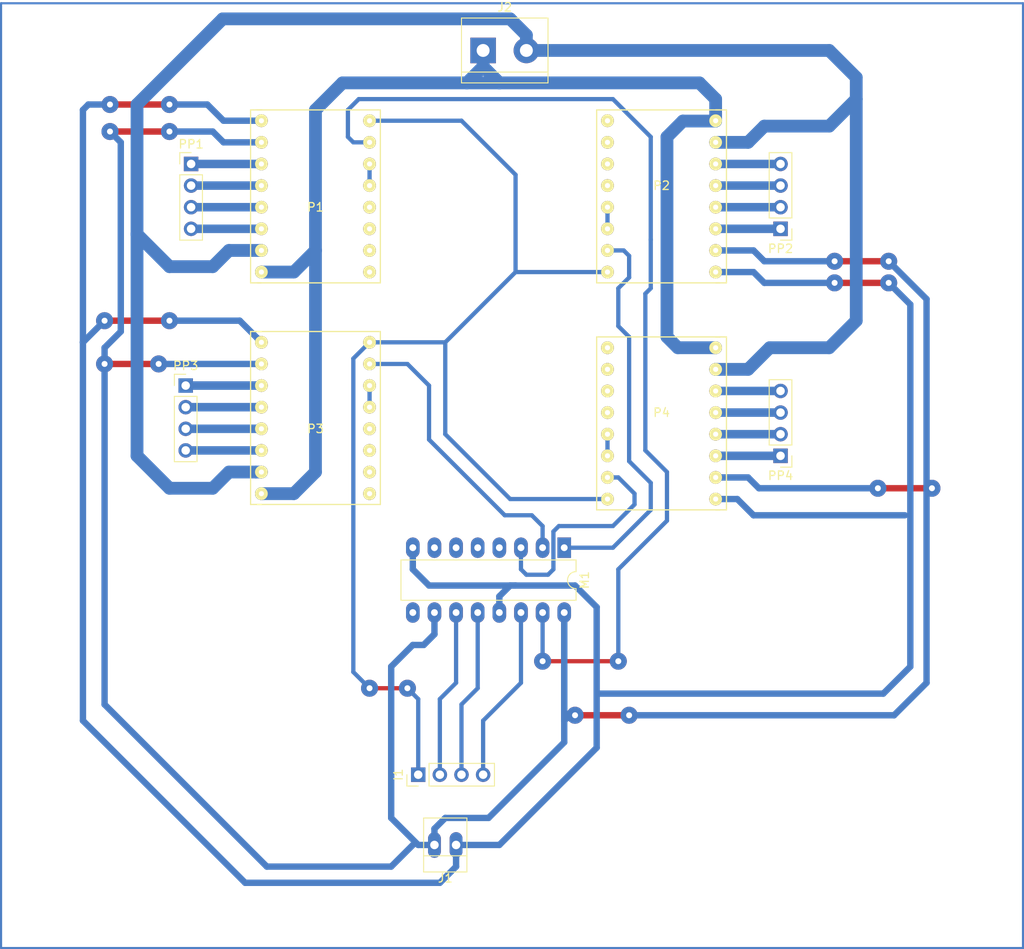
<source format=kicad_pcb>
(kicad_pcb (version 4) (host pcbnew 4.0.6)

  (general
    (links 51)
    (no_connects 2)
    (area 85.079999 36.19 204.730002 148.740002)
    (thickness 1.6)
    (drawings 0)
    (tracks 247)
    (zones 0)
    (modules 12)
    (nets 54)
  )

  (page A4)
  (layers
    (0 F.Cu signal)
    (31 B.Cu signal)
    (32 B.Adhes user)
    (33 F.Adhes user)
    (34 B.Paste user)
    (35 F.Paste user)
    (36 B.SilkS user)
    (37 F.SilkS user)
    (38 B.Mask user)
    (39 F.Mask user)
    (40 Dwgs.User user)
    (41 Cmts.User user)
    (42 Eco1.User user)
    (43 Eco2.User user)
    (44 Edge.Cuts user)
    (45 Margin user)
    (46 B.CrtYd user)
    (47 F.CrtYd user)
    (48 B.Fab user)
    (49 F.Fab user)
  )

  (setup
    (last_trace_width 0.25)
    (trace_clearance 0.2)
    (zone_clearance 0.508)
    (zone_45_only no)
    (trace_min 0.2)
    (segment_width 0.2)
    (edge_width 0.15)
    (via_size 0.6)
    (via_drill 0.4)
    (via_min_size 0.4)
    (via_min_drill 0.3)
    (uvia_size 0.3)
    (uvia_drill 0.1)
    (uvias_allowed no)
    (uvia_min_size 0.2)
    (uvia_min_drill 0.1)
    (pcb_text_width 0.3)
    (pcb_text_size 1.5 1.5)
    (mod_edge_width 0.15)
    (mod_text_size 1 1)
    (mod_text_width 0.15)
    (pad_size 1.524 1.524)
    (pad_drill 0.762)
    (pad_to_mask_clearance 0.2)
    (aux_axis_origin 0 0)
    (visible_elements 7FFFDFFF)
    (pcbplotparams
      (layerselection 0x00030_80000001)
      (usegerberextensions false)
      (excludeedgelayer true)
      (linewidth 0.100000)
      (plotframeref false)
      (viasonmask false)
      (mode 1)
      (useauxorigin false)
      (hpglpennumber 1)
      (hpglpenspeed 20)
      (hpglpendiameter 15)
      (hpglpenoverlay 2)
      (psnegative false)
      (psa4output false)
      (plotreference true)
      (plotvalue true)
      (plotinvisibletext false)
      (padsonsilk false)
      (subtractmaskfromsilk false)
      (outputformat 1)
      (mirror false)
      (drillshape 1)
      (scaleselection 1)
      (outputdirectory ""))
  )

  (net 0 "")
  (net 1 "Net-(I1-Pad2)")
  (net 2 "Net-(I1-Pad3)")
  (net 3 "Net-(I1-Pad4)")
  (net 4 "Net-(M1-Pad1)")
  (net 5 "Net-(M1-Pad9)")
  (net 6 "Net-(M1-Pad2)")
  (net 7 +5V)
  (net 8 "Net-(M1-Pad3)")
  (net 9 "Net-(M1-Pad4)")
  (net 10 "Net-(M1-Pad5)")
  (net 11 GND)
  (net 12 "Net-(M1-Pad6)")
  (net 13 "Net-(M1-Pad7)")
  (net 14 "Net-(M1-Pad15)")
  (net 15 "Net-(P1-Pad1)")
  (net 16 "Net-(P1-Pad2)")
  (net 17 "Net-(P1-Pad3)")
  (net 18 +8V)
  (net 19 GNDD)
  (net 20 "Net-(P1-Pad14)")
  (net 21 "Net-(P1-Pad13)")
  (net 22 "Net-(P1-Pad12)")
  (net 23 "Net-(P1-Pad11)")
  (net 24 "Net-(P2-Pad1)")
  (net 25 "Net-(P2-Pad2)")
  (net 26 "Net-(P2-Pad3)")
  (net 27 "Net-(P2-Pad4)")
  (net 28 "Net-(P2-Pad14)")
  (net 29 "Net-(P2-Pad13)")
  (net 30 "Net-(P2-Pad12)")
  (net 31 "Net-(P2-Pad11)")
  (net 32 dir)
  (net 33 "Net-(P1-Pad4)")
  (net 34 "Net-(P3-Pad11)")
  (net 35 "Net-(P3-Pad12)")
  (net 36 "Net-(P3-Pad13)")
  (net 37 "Net-(P3-Pad14)")
  (net 38 "Net-(P4-Pad11)")
  (net 39 "Net-(P4-Pad12)")
  (net 40 "Net-(P4-Pad13)")
  (net 41 "Net-(P4-Pad14)")
  (net 42 "Net-(P3-Pad1)")
  (net 43 "Net-(P3-Pad2)")
  (net 44 "Net-(P3-Pad3)")
  (net 45 "Net-(P3-Pad4)")
  (net 46 "Net-(P4-Pad1)")
  (net 47 "Net-(P4-Pad2)")
  (net 48 "Net-(P4-Pad3)")
  (net 49 "Net-(P4-Pad4)")
  (net 50 "Net-(P1-Pad5)")
  (net 51 "Net-(P2-Pad5)")
  (net 52 "Net-(P3-Pad5)")
  (net 53 "Net-(P4-Pad5)")

  (net_class Default "Esta es la clase de red por defecto."
    (clearance 0.2)
    (trace_width 0.25)
    (via_dia 0.6)
    (via_drill 0.4)
    (uvia_dia 0.3)
    (uvia_drill 0.1)
  )

  (net_class 5v ""
    (clearance 0.3)
    (trace_width 0.75)
    (via_dia 2)
    (via_drill 0.7)
    (uvia_dia 1)
    (uvia_drill 0.8)
    (add_net +5V)
    (add_net GND)
  )

  (net_class 8v ""
    (clearance 0.5)
    (trace_width 1.5)
    (via_dia 3.5)
    (via_drill 3.25)
    (uvia_dia 3.5)
    (uvia_drill 3)
    (add_net +8V)
    (add_net GNDD)
  )

  (net_class 8v-min ""
    (clearance 0.2)
    (trace_width 1)
    (via_dia 0.8)
    (via_drill 0.6)
    (uvia_dia 1)
    (uvia_drill 0.8)
  )

  (net_class Mot ""
    (clearance 0.5)
    (trace_width 1)
    (via_dia 2)
    (via_drill 0.75)
    (uvia_dia 1)
    (uvia_drill 0.5)
    (add_net "Net-(P1-Pad11)")
    (add_net "Net-(P1-Pad12)")
    (add_net "Net-(P1-Pad13)")
    (add_net "Net-(P1-Pad14)")
    (add_net "Net-(P2-Pad11)")
    (add_net "Net-(P2-Pad12)")
    (add_net "Net-(P2-Pad13)")
    (add_net "Net-(P2-Pad14)")
    (add_net "Net-(P3-Pad11)")
    (add_net "Net-(P3-Pad12)")
    (add_net "Net-(P3-Pad13)")
    (add_net "Net-(P3-Pad14)")
    (add_net "Net-(P4-Pad11)")
    (add_net "Net-(P4-Pad12)")
    (add_net "Net-(P4-Pad13)")
    (add_net "Net-(P4-Pad14)")
  )

  (net_class control ""
    (clearance 0)
    (trace_width 0.5)
    (via_dia 2)
    (via_drill 0.7)
    (uvia_dia 1)
    (uvia_drill 0.8)
    (add_net "Net-(I1-Pad2)")
    (add_net "Net-(I1-Pad3)")
    (add_net "Net-(I1-Pad4)")
    (add_net "Net-(M1-Pad1)")
    (add_net "Net-(M1-Pad15)")
    (add_net "Net-(M1-Pad2)")
    (add_net "Net-(M1-Pad3)")
    (add_net "Net-(M1-Pad4)")
    (add_net "Net-(M1-Pad5)")
    (add_net "Net-(M1-Pad6)")
    (add_net "Net-(M1-Pad7)")
    (add_net "Net-(M1-Pad9)")
    (add_net "Net-(P1-Pad1)")
    (add_net "Net-(P1-Pad2)")
    (add_net "Net-(P1-Pad3)")
    (add_net "Net-(P1-Pad4)")
    (add_net "Net-(P1-Pad5)")
    (add_net "Net-(P2-Pad1)")
    (add_net "Net-(P2-Pad2)")
    (add_net "Net-(P2-Pad3)")
    (add_net "Net-(P2-Pad4)")
    (add_net "Net-(P2-Pad5)")
    (add_net "Net-(P3-Pad1)")
    (add_net "Net-(P3-Pad2)")
    (add_net "Net-(P3-Pad3)")
    (add_net "Net-(P3-Pad4)")
    (add_net "Net-(P3-Pad5)")
    (add_net "Net-(P4-Pad1)")
    (add_net "Net-(P4-Pad2)")
    (add_net "Net-(P4-Pad3)")
    (add_net "Net-(P4-Pad4)")
    (add_net "Net-(P4-Pad5)")
    (add_net dir)
  )

  (module pololu:pololua4988 (layer F.Cu) (tedit 597415BB) (tstamp 59711028)
    (at 128.27 68.58 180)
    (path /596D5110)
    (fp_text reference P1 (at 6.35 7.62 180) (layer F.SilkS)
      (effects (font (size 1 1) (thickness 0.15)))
    )
    (fp_text value pololua4988 (at 6.35 -2.54 180) (layer F.Fab)
      (effects (font (size 1 1) (thickness 0.15)))
    )
    (fp_line (start 12.7 -1.27) (end 13.97 -1.27) (layer F.SilkS) (width 0.15))
    (fp_line (start 13.97 -1.27) (end 13.97 19.05) (layer F.SilkS) (width 0.15))
    (fp_line (start 13.97 19.05) (end 12.7 19.05) (layer F.SilkS) (width 0.15))
    (fp_line (start -1.27 -1.27) (end 13.2 -1.27) (layer F.SilkS) (width 0.15))
    (fp_line (start 13.2 19.05) (end -1.27 19.05) (layer F.SilkS) (width 0.15))
    (fp_line (start -1.27 19.05) (end -1.27 -1.27) (layer F.SilkS) (width 0.15))
    (pad 1 thru_hole circle (at 0 0 180) (size 1.5 1.5) (drill 0.6) (layers *.Cu *.Mask F.SilkS)
      (net 15 "Net-(P1-Pad1)"))
    (pad 2 thru_hole circle (at 0 2.54 180) (size 1.5 1.5) (drill 0.6) (layers *.Cu *.Mask F.SilkS)
      (net 16 "Net-(P1-Pad2)"))
    (pad 3 thru_hole circle (at 0 5.08 180) (size 1.5 1.5) (drill 0.6) (layers *.Cu *.Mask F.SilkS)
      (net 17 "Net-(P1-Pad3)"))
    (pad 4 thru_hole circle (at 0 7.62 180) (size 1.5 1.5) (drill 0.6) (layers *.Cu *.Mask F.SilkS)
      (net 33 "Net-(P1-Pad4)"))
    (pad 5 thru_hole circle (at 0 10.16 180) (size 1.5 1.5) (drill 0.6) (layers *.Cu *.Mask F.SilkS)
      (net 50 "Net-(P1-Pad5)"))
    (pad 6 thru_hole circle (at 0 12.7 180) (size 1.5 1.5) (drill 0.6) (layers *.Cu *.Mask F.SilkS)
      (net 50 "Net-(P1-Pad5)"))
    (pad 7 thru_hole circle (at 0 15.24 180) (size 1.5 1.5) (drill 0.6) (layers *.Cu *.Mask F.SilkS)
      (net 14 "Net-(M1-Pad15)"))
    (pad 8 thru_hole circle (at 0 17.78 180) (size 1.5 1.5) (drill 0.6) (layers *.Cu *.Mask F.SilkS)
      (net 32 dir))
    (pad 16 thru_hole circle (at 12.7 0 180) (size 1.5 1.5) (drill 0.6) (layers *.Cu *.Mask F.SilkS)
      (net 18 +8V))
    (pad 15 thru_hole circle (at 12.7 2.54 180) (size 1.5 1.5) (drill 0.6) (layers *.Cu *.Mask F.SilkS)
      (net 19 GNDD))
    (pad 14 thru_hole circle (at 12.7 5.08 180) (size 1.5 1.5) (drill 0.6) (layers *.Cu *.Mask F.SilkS)
      (net 20 "Net-(P1-Pad14)"))
    (pad 13 thru_hole circle (at 12.7 7.62 180) (size 1.5 1.5) (drill 0.6) (layers *.Cu *.Mask F.SilkS)
      (net 21 "Net-(P1-Pad13)"))
    (pad 12 thru_hole circle (at 12.7 10.16 180) (size 1.5 1.5) (drill 0.6) (layers *.Cu *.Mask F.SilkS)
      (net 22 "Net-(P1-Pad12)"))
    (pad 11 thru_hole circle (at 12.7 12.7 180) (size 1.5 1.5) (drill 0.6) (layers *.Cu *.Mask F.SilkS)
      (net 23 "Net-(P1-Pad11)"))
    (pad 10 thru_hole circle (at 12.7 15.24 180) (size 1.5 1.5) (drill 0.6) (layers *.Cu *.Mask F.SilkS)
      (net 7 +5V))
    (pad 9 thru_hole circle (at 12.7 17.78 180) (size 1.5 1.5) (drill 0.6) (layers *.Cu *.Mask F.SilkS)
      (net 11 GND))
  )

  (module Pin_Headers:Pin_Header_Straight_1x04_Pitch2.54mm (layer F.Cu) (tedit 59650532) (tstamp 59724280)
    (at 176.53 63.5 180)
    (descr "Through hole straight pin header, 1x04, 2.54mm pitch, single row")
    (tags "Through hole pin header THT 1x04 2.54mm single row")
    (path /5972411D)
    (fp_text reference PP2 (at 0 -2.33 180) (layer F.SilkS)
      (effects (font (size 1 1) (thickness 0.15)))
    )
    (fp_text value CONN_MOTOR (at 0 9.95 180) (layer F.Fab)
      (effects (font (size 1 1) (thickness 0.15)))
    )
    (fp_line (start -0.635 -1.27) (end 1.27 -1.27) (layer F.Fab) (width 0.1))
    (fp_line (start 1.27 -1.27) (end 1.27 8.89) (layer F.Fab) (width 0.1))
    (fp_line (start 1.27 8.89) (end -1.27 8.89) (layer F.Fab) (width 0.1))
    (fp_line (start -1.27 8.89) (end -1.27 -0.635) (layer F.Fab) (width 0.1))
    (fp_line (start -1.27 -0.635) (end -0.635 -1.27) (layer F.Fab) (width 0.1))
    (fp_line (start -1.33 8.95) (end 1.33 8.95) (layer F.SilkS) (width 0.12))
    (fp_line (start -1.33 1.27) (end -1.33 8.95) (layer F.SilkS) (width 0.12))
    (fp_line (start 1.33 1.27) (end 1.33 8.95) (layer F.SilkS) (width 0.12))
    (fp_line (start -1.33 1.27) (end 1.33 1.27) (layer F.SilkS) (width 0.12))
    (fp_line (start -1.33 0) (end -1.33 -1.33) (layer F.SilkS) (width 0.12))
    (fp_line (start -1.33 -1.33) (end 0 -1.33) (layer F.SilkS) (width 0.12))
    (fp_line (start -1.8 -1.8) (end -1.8 9.4) (layer F.CrtYd) (width 0.05))
    (fp_line (start -1.8 9.4) (end 1.8 9.4) (layer F.CrtYd) (width 0.05))
    (fp_line (start 1.8 9.4) (end 1.8 -1.8) (layer F.CrtYd) (width 0.05))
    (fp_line (start 1.8 -1.8) (end -1.8 -1.8) (layer F.CrtYd) (width 0.05))
    (fp_text user %R (at 0 3.81 270) (layer F.Fab)
      (effects (font (size 1 1) (thickness 0.15)))
    )
    (pad 1 thru_hole rect (at 0 0 180) (size 1.7 1.7) (drill 1) (layers *.Cu *.Mask)
      (net 31 "Net-(P2-Pad11)"))
    (pad 2 thru_hole oval (at 0 2.54 180) (size 1.7 1.7) (drill 1) (layers *.Cu *.Mask)
      (net 30 "Net-(P2-Pad12)"))
    (pad 3 thru_hole oval (at 0 5.08 180) (size 1.7 1.7) (drill 1) (layers *.Cu *.Mask)
      (net 29 "Net-(P2-Pad13)"))
    (pad 4 thru_hole oval (at 0 7.62 180) (size 1.7 1.7) (drill 1) (layers *.Cu *.Mask)
      (net 28 "Net-(P2-Pad14)"))
    (model ${KISYS3DMOD}/Pin_Headers.3dshapes/Pin_Header_Straight_1x04_Pitch2.54mm.wrl
      (at (xyz 0 0 0))
      (scale (xyz 1 1 1))
      (rotate (xyz 0 0 0))
    )
  )

  (module Connectors:bornier2 (layer F.Cu) (tedit 587FD522) (tstamp 597207DC)
    (at 141.605 42.545)
    (descr "Bornier d'alimentation 2 pins")
    (tags DEV)
    (path /597209E5)
    (fp_text reference J2 (at 2.54 -5.08) (layer F.SilkS)
      (effects (font (size 1 1) (thickness 0.15)))
    )
    (fp_text value CONN_8V (at 2.54 5.08) (layer F.Fab)
      (effects (font (size 1 1) (thickness 0.15)))
    )
    (fp_line (start -2.41 2.55) (end 7.49 2.55) (layer F.Fab) (width 0.1))
    (fp_line (start -2.46 -3.75) (end -2.46 3.75) (layer F.Fab) (width 0.1))
    (fp_line (start -2.46 3.75) (end 7.54 3.75) (layer F.Fab) (width 0.1))
    (fp_line (start 7.54 3.75) (end 7.54 -3.75) (layer F.Fab) (width 0.1))
    (fp_line (start 7.54 -3.75) (end -2.46 -3.75) (layer F.Fab) (width 0.1))
    (fp_line (start 7.62 2.54) (end -2.54 2.54) (layer F.SilkS) (width 0.12))
    (fp_line (start 7.62 3.81) (end 7.62 -3.81) (layer F.SilkS) (width 0.12))
    (fp_line (start 7.62 -3.81) (end -2.54 -3.81) (layer F.SilkS) (width 0.12))
    (fp_line (start -2.54 -3.81) (end -2.54 3.81) (layer F.SilkS) (width 0.12))
    (fp_line (start -2.54 3.81) (end 7.62 3.81) (layer F.SilkS) (width 0.12))
    (fp_line (start -2.71 -4) (end 7.79 -4) (layer F.CrtYd) (width 0.05))
    (fp_line (start -2.71 -4) (end -2.71 4) (layer F.CrtYd) (width 0.05))
    (fp_line (start 7.79 4) (end 7.79 -4) (layer F.CrtYd) (width 0.05))
    (fp_line (start 7.79 4) (end -2.71 4) (layer F.CrtYd) (width 0.05))
    (pad 1 thru_hole rect (at 0 0) (size 3 3) (drill 1.52) (layers *.Cu *.Mask)
      (net 18 +8V))
    (pad 2 thru_hole circle (at 5.08 0) (size 3 3) (drill 1.52) (layers *.Cu *.Mask)
      (net 19 GNDD))
    (model Connectors.3dshapes/bornier2.wrl
      (at (xyz 0 0 0))
      (scale (xyz 1 1 1))
      (rotate (xyz 0 0 0))
    )
  )

  (module Connectors:PINHEAD1-2 (layer F.Cu) (tedit 0) (tstamp 597207C8)
    (at 138.43 135.89 180)
    (path /5972050A)
    (fp_text reference J1 (at 1.27 -3.9 180) (layer F.SilkS)
      (effects (font (size 1 1) (thickness 0.15)))
    )
    (fp_text value CONN_5V (at 1.27 3.81 180) (layer F.Fab)
      (effects (font (size 1 1) (thickness 0.15)))
    )
    (fp_line (start 3.81 -1.27) (end -1.27 -1.27) (layer F.SilkS) (width 0.12))
    (fp_line (start 3.81 3.17) (end -1.27 3.17) (layer F.SilkS) (width 0.12))
    (fp_line (start -1.27 -3.17) (end 3.81 -3.17) (layer F.SilkS) (width 0.12))
    (fp_line (start -1.27 -3.17) (end -1.27 3.17) (layer F.SilkS) (width 0.12))
    (fp_line (start 3.81 -3.17) (end 3.81 3.17) (layer F.SilkS) (width 0.12))
    (fp_line (start -1.52 -3.42) (end 4.06 -3.42) (layer F.CrtYd) (width 0.05))
    (fp_line (start -1.52 -3.42) (end -1.52 3.42) (layer F.CrtYd) (width 0.05))
    (fp_line (start 4.06 3.42) (end 4.06 -3.42) (layer F.CrtYd) (width 0.05))
    (fp_line (start 4.06 3.42) (end -1.52 3.42) (layer F.CrtYd) (width 0.05))
    (pad 1 thru_hole oval (at 0 0 180) (size 1.51 3.01) (drill 1) (layers *.Cu *.Mask)
      (net 11 GND))
    (pad 2 thru_hole oval (at 2.54 0 180) (size 1.51 3.01) (drill 1) (layers *.Cu *.Mask)
      (net 7 +5V))
  )

  (module Pin_Headers:Pin_Header_Straight_1x04_Pitch2.54mm (layer F.Cu) (tedit 59650532) (tstamp 59711030)
    (at 107.315 55.88)
    (descr "Through hole straight pin header, 1x04, 2.54mm pitch, single row")
    (tags "Through hole pin header THT 1x04 2.54mm single row")
    (path /596D5545)
    (fp_text reference PP1 (at 0 -2.33) (layer F.SilkS)
      (effects (font (size 1 1) (thickness 0.15)))
    )
    (fp_text value CONN_MOTOR (at 0 9.95) (layer F.Fab)
      (effects (font (size 1 1) (thickness 0.15)))
    )
    (fp_line (start -0.635 -1.27) (end 1.27 -1.27) (layer F.Fab) (width 0.1))
    (fp_line (start 1.27 -1.27) (end 1.27 8.89) (layer F.Fab) (width 0.1))
    (fp_line (start 1.27 8.89) (end -1.27 8.89) (layer F.Fab) (width 0.1))
    (fp_line (start -1.27 8.89) (end -1.27 -0.635) (layer F.Fab) (width 0.1))
    (fp_line (start -1.27 -0.635) (end -0.635 -1.27) (layer F.Fab) (width 0.1))
    (fp_line (start -1.33 8.95) (end 1.33 8.95) (layer F.SilkS) (width 0.12))
    (fp_line (start -1.33 1.27) (end -1.33 8.95) (layer F.SilkS) (width 0.12))
    (fp_line (start 1.33 1.27) (end 1.33 8.95) (layer F.SilkS) (width 0.12))
    (fp_line (start -1.33 1.27) (end 1.33 1.27) (layer F.SilkS) (width 0.12))
    (fp_line (start -1.33 0) (end -1.33 -1.33) (layer F.SilkS) (width 0.12))
    (fp_line (start -1.33 -1.33) (end 0 -1.33) (layer F.SilkS) (width 0.12))
    (fp_line (start -1.8 -1.8) (end -1.8 9.4) (layer F.CrtYd) (width 0.05))
    (fp_line (start -1.8 9.4) (end 1.8 9.4) (layer F.CrtYd) (width 0.05))
    (fp_line (start 1.8 9.4) (end 1.8 -1.8) (layer F.CrtYd) (width 0.05))
    (fp_line (start 1.8 -1.8) (end -1.8 -1.8) (layer F.CrtYd) (width 0.05))
    (fp_text user %R (at 0 3.81 90) (layer F.Fab)
      (effects (font (size 1 1) (thickness 0.15)))
    )
    (pad 1 thru_hole rect (at 0 0) (size 1.7 1.7) (drill 1) (layers *.Cu *.Mask)
      (net 23 "Net-(P1-Pad11)"))
    (pad 2 thru_hole oval (at 0 2.54) (size 1.7 1.7) (drill 1) (layers *.Cu *.Mask)
      (net 22 "Net-(P1-Pad12)"))
    (pad 3 thru_hole oval (at 0 5.08) (size 1.7 1.7) (drill 1) (layers *.Cu *.Mask)
      (net 21 "Net-(P1-Pad13)"))
    (pad 4 thru_hole oval (at 0 7.62) (size 1.7 1.7) (drill 1) (layers *.Cu *.Mask)
      (net 20 "Net-(P1-Pad14)"))
    (model ${KISYS3DMOD}/Pin_Headers.3dshapes/Pin_Header_Straight_1x04_Pitch2.54mm.wrl
      (at (xyz 0 0 0))
      (scale (xyz 1 1 1))
      (rotate (xyz 0 0 0))
    )
  )

  (module Pin_Headers:Pin_Header_Straight_1x04_Pitch2.54mm (layer F.Cu) (tedit 59650532) (tstamp 59711000)
    (at 133.985 127.635 90)
    (descr "Through hole straight pin header, 1x04, 2.54mm pitch, single row")
    (tags "Through hole pin header THT 1x04 2.54mm single row")
    (path /596D53A9)
    (fp_text reference I1 (at 0 -2.33 90) (layer F.SilkS)
      (effects (font (size 1 1) (thickness 0.15)))
    )
    (fp_text value CONN_ARDUINO (at 0 9.95 90) (layer F.Fab)
      (effects (font (size 1 1) (thickness 0.15)))
    )
    (fp_line (start -0.635 -1.27) (end 1.27 -1.27) (layer F.Fab) (width 0.1))
    (fp_line (start 1.27 -1.27) (end 1.27 8.89) (layer F.Fab) (width 0.1))
    (fp_line (start 1.27 8.89) (end -1.27 8.89) (layer F.Fab) (width 0.1))
    (fp_line (start -1.27 8.89) (end -1.27 -0.635) (layer F.Fab) (width 0.1))
    (fp_line (start -1.27 -0.635) (end -0.635 -1.27) (layer F.Fab) (width 0.1))
    (fp_line (start -1.33 8.95) (end 1.33 8.95) (layer F.SilkS) (width 0.12))
    (fp_line (start -1.33 1.27) (end -1.33 8.95) (layer F.SilkS) (width 0.12))
    (fp_line (start 1.33 1.27) (end 1.33 8.95) (layer F.SilkS) (width 0.12))
    (fp_line (start -1.33 1.27) (end 1.33 1.27) (layer F.SilkS) (width 0.12))
    (fp_line (start -1.33 0) (end -1.33 -1.33) (layer F.SilkS) (width 0.12))
    (fp_line (start -1.33 -1.33) (end 0 -1.33) (layer F.SilkS) (width 0.12))
    (fp_line (start -1.8 -1.8) (end -1.8 9.4) (layer F.CrtYd) (width 0.05))
    (fp_line (start -1.8 9.4) (end 1.8 9.4) (layer F.CrtYd) (width 0.05))
    (fp_line (start 1.8 9.4) (end 1.8 -1.8) (layer F.CrtYd) (width 0.05))
    (fp_line (start 1.8 -1.8) (end -1.8 -1.8) (layer F.CrtYd) (width 0.05))
    (fp_text user %R (at 0 3.81 180) (layer F.Fab)
      (effects (font (size 1 1) (thickness 0.15)))
    )
    (pad 1 thru_hole rect (at 0 0 90) (size 1.7 1.7) (drill 1) (layers *.Cu *.Mask)
      (net 32 dir))
    (pad 2 thru_hole oval (at 0 2.54 90) (size 1.7 1.7) (drill 1) (layers *.Cu *.Mask)
      (net 1 "Net-(I1-Pad2)"))
    (pad 3 thru_hole oval (at 0 5.08 90) (size 1.7 1.7) (drill 1) (layers *.Cu *.Mask)
      (net 2 "Net-(I1-Pad3)"))
    (pad 4 thru_hole oval (at 0 7.62 90) (size 1.7 1.7) (drill 1) (layers *.Cu *.Mask)
      (net 3 "Net-(I1-Pad4)"))
    (model ${KISYS3DMOD}/Pin_Headers.3dshapes/Pin_Header_Straight_1x04_Pitch2.54mm.wrl
      (at (xyz 0 0 0))
      (scale (xyz 1 1 1))
      (rotate (xyz 0 0 0))
    )
  )

  (module Housings_DIP:DIP-16_W7.62mm_LongPads (layer F.Cu) (tedit 58CC8E2D) (tstamp 59711014)
    (at 151.13 100.965 270)
    (descr "16-lead dip package, row spacing 7.62 mm (300 mils), LongPads")
    (tags "DIL DIP PDIP 2.54mm 7.62mm 300mil LongPads")
    (path /596D6045)
    (fp_text reference M1 (at 3.81 -2.39 270) (layer F.SilkS)
      (effects (font (size 1 1) (thickness 0.15)))
    )
    (fp_text value 74HC595 (at 3.81 20.17 270) (layer F.Fab)
      (effects (font (size 1 1) (thickness 0.15)))
    )
    (fp_text user %R (at 3.81 8.89 270) (layer F.Fab)
      (effects (font (size 1 1) (thickness 0.15)))
    )
    (fp_line (start 1.635 -1.27) (end 6.985 -1.27) (layer F.Fab) (width 0.1))
    (fp_line (start 6.985 -1.27) (end 6.985 19.05) (layer F.Fab) (width 0.1))
    (fp_line (start 6.985 19.05) (end 0.635 19.05) (layer F.Fab) (width 0.1))
    (fp_line (start 0.635 19.05) (end 0.635 -0.27) (layer F.Fab) (width 0.1))
    (fp_line (start 0.635 -0.27) (end 1.635 -1.27) (layer F.Fab) (width 0.1))
    (fp_line (start 2.81 -1.39) (end 1.44 -1.39) (layer F.SilkS) (width 0.12))
    (fp_line (start 1.44 -1.39) (end 1.44 19.17) (layer F.SilkS) (width 0.12))
    (fp_line (start 1.44 19.17) (end 6.18 19.17) (layer F.SilkS) (width 0.12))
    (fp_line (start 6.18 19.17) (end 6.18 -1.39) (layer F.SilkS) (width 0.12))
    (fp_line (start 6.18 -1.39) (end 4.81 -1.39) (layer F.SilkS) (width 0.12))
    (fp_line (start -1.5 -1.6) (end -1.5 19.3) (layer F.CrtYd) (width 0.05))
    (fp_line (start -1.5 19.3) (end 9.1 19.3) (layer F.CrtYd) (width 0.05))
    (fp_line (start 9.1 19.3) (end 9.1 -1.6) (layer F.CrtYd) (width 0.05))
    (fp_line (start 9.1 -1.6) (end -1.5 -1.6) (layer F.CrtYd) (width 0.05))
    (fp_arc (start 3.81 -1.39) (end 2.81 -1.39) (angle -180) (layer F.SilkS) (width 0.12))
    (pad 1 thru_hole rect (at 0 0 270) (size 2.4 1.6) (drill 0.8) (layers *.Cu *.Mask)
      (net 4 "Net-(M1-Pad1)"))
    (pad 9 thru_hole oval (at 7.62 17.78 270) (size 2.4 1.6) (drill 0.8) (layers *.Cu *.Mask)
      (net 5 "Net-(M1-Pad9)"))
    (pad 2 thru_hole oval (at 0 2.54 270) (size 2.4 1.6) (drill 0.8) (layers *.Cu *.Mask)
      (net 6 "Net-(M1-Pad2)"))
    (pad 10 thru_hole oval (at 7.62 15.24 270) (size 2.4 1.6) (drill 0.8) (layers *.Cu *.Mask)
      (net 7 +5V))
    (pad 3 thru_hole oval (at 0 5.08 270) (size 2.4 1.6) (drill 0.8) (layers *.Cu *.Mask)
      (net 8 "Net-(M1-Pad3)"))
    (pad 11 thru_hole oval (at 7.62 12.7 270) (size 2.4 1.6) (drill 0.8) (layers *.Cu *.Mask)
      (net 1 "Net-(I1-Pad2)"))
    (pad 4 thru_hole oval (at 0 7.62 270) (size 2.4 1.6) (drill 0.8) (layers *.Cu *.Mask)
      (net 9 "Net-(M1-Pad4)"))
    (pad 12 thru_hole oval (at 7.62 10.16 270) (size 2.4 1.6) (drill 0.8) (layers *.Cu *.Mask)
      (net 2 "Net-(I1-Pad3)"))
    (pad 5 thru_hole oval (at 0 10.16 270) (size 2.4 1.6) (drill 0.8) (layers *.Cu *.Mask)
      (net 10 "Net-(M1-Pad5)"))
    (pad 13 thru_hole oval (at 7.62 7.62 270) (size 2.4 1.6) (drill 0.8) (layers *.Cu *.Mask)
      (net 11 GND))
    (pad 6 thru_hole oval (at 0 12.7 270) (size 2.4 1.6) (drill 0.8) (layers *.Cu *.Mask)
      (net 12 "Net-(M1-Pad6)"))
    (pad 14 thru_hole oval (at 7.62 5.08 270) (size 2.4 1.6) (drill 0.8) (layers *.Cu *.Mask)
      (net 3 "Net-(I1-Pad4)"))
    (pad 7 thru_hole oval (at 0 15.24 270) (size 2.4 1.6) (drill 0.8) (layers *.Cu *.Mask)
      (net 13 "Net-(M1-Pad7)"))
    (pad 15 thru_hole oval (at 7.62 2.54 270) (size 2.4 1.6) (drill 0.8) (layers *.Cu *.Mask)
      (net 14 "Net-(M1-Pad15)"))
    (pad 8 thru_hole oval (at 0 17.78 270) (size 2.4 1.6) (drill 0.8) (layers *.Cu *.Mask)
      (net 11 GND))
    (pad 16 thru_hole oval (at 7.62 0 270) (size 2.4 1.6) (drill 0.8) (layers *.Cu *.Mask)
      (net 7 +5V))
    (model ${KISYS3DMOD}/Housings_DIP.3dshapes/DIP-16_W7.62mm_LongPads.wrl
      (at (xyz 0 0 0))
      (scale (xyz 1 1 1))
      (rotate (xyz 0 0 0))
    )
  )

  (module Pin_Headers:Pin_Header_Straight_1x04_Pitch2.54mm (layer F.Cu) (tedit 59650532) (tstamp 5975FFFE)
    (at 106.68 81.915)
    (descr "Through hole straight pin header, 1x04, 2.54mm pitch, single row")
    (tags "Through hole pin header THT 1x04 2.54mm single row")
    (path /59761993)
    (fp_text reference PP3 (at 0 -2.33) (layer F.SilkS)
      (effects (font (size 1 1) (thickness 0.15)))
    )
    (fp_text value CONN_MOTOR (at 0 9.95) (layer F.Fab)
      (effects (font (size 1 1) (thickness 0.15)))
    )
    (fp_line (start -0.635 -1.27) (end 1.27 -1.27) (layer F.Fab) (width 0.1))
    (fp_line (start 1.27 -1.27) (end 1.27 8.89) (layer F.Fab) (width 0.1))
    (fp_line (start 1.27 8.89) (end -1.27 8.89) (layer F.Fab) (width 0.1))
    (fp_line (start -1.27 8.89) (end -1.27 -0.635) (layer F.Fab) (width 0.1))
    (fp_line (start -1.27 -0.635) (end -0.635 -1.27) (layer F.Fab) (width 0.1))
    (fp_line (start -1.33 8.95) (end 1.33 8.95) (layer F.SilkS) (width 0.12))
    (fp_line (start -1.33 1.27) (end -1.33 8.95) (layer F.SilkS) (width 0.12))
    (fp_line (start 1.33 1.27) (end 1.33 8.95) (layer F.SilkS) (width 0.12))
    (fp_line (start -1.33 1.27) (end 1.33 1.27) (layer F.SilkS) (width 0.12))
    (fp_line (start -1.33 0) (end -1.33 -1.33) (layer F.SilkS) (width 0.12))
    (fp_line (start -1.33 -1.33) (end 0 -1.33) (layer F.SilkS) (width 0.12))
    (fp_line (start -1.8 -1.8) (end -1.8 9.4) (layer F.CrtYd) (width 0.05))
    (fp_line (start -1.8 9.4) (end 1.8 9.4) (layer F.CrtYd) (width 0.05))
    (fp_line (start 1.8 9.4) (end 1.8 -1.8) (layer F.CrtYd) (width 0.05))
    (fp_line (start 1.8 -1.8) (end -1.8 -1.8) (layer F.CrtYd) (width 0.05))
    (fp_text user %R (at 0 3.81 90) (layer F.Fab)
      (effects (font (size 1 1) (thickness 0.15)))
    )
    (pad 1 thru_hole rect (at 0 0) (size 1.7 1.7) (drill 1) (layers *.Cu *.Mask)
      (net 34 "Net-(P3-Pad11)"))
    (pad 2 thru_hole oval (at 0 2.54) (size 1.7 1.7) (drill 1) (layers *.Cu *.Mask)
      (net 35 "Net-(P3-Pad12)"))
    (pad 3 thru_hole oval (at 0 5.08) (size 1.7 1.7) (drill 1) (layers *.Cu *.Mask)
      (net 36 "Net-(P3-Pad13)"))
    (pad 4 thru_hole oval (at 0 7.62) (size 1.7 1.7) (drill 1) (layers *.Cu *.Mask)
      (net 37 "Net-(P3-Pad14)"))
    (model ${KISYS3DMOD}/Pin_Headers.3dshapes/Pin_Header_Straight_1x04_Pitch2.54mm.wrl
      (at (xyz 0 0 0))
      (scale (xyz 1 1 1))
      (rotate (xyz 0 0 0))
    )
  )

  (module Pin_Headers:Pin_Header_Straight_1x04_Pitch2.54mm (layer F.Cu) (tedit 597606A1) (tstamp 59760016)
    (at 176.53 90.17 180)
    (descr "Through hole straight pin header, 1x04, 2.54mm pitch, single row")
    (tags "Through hole pin header THT 1x04 2.54mm single row")
    (path /59762BE6)
    (fp_text reference PP4 (at 0 -2.33 180) (layer F.SilkS)
      (effects (font (size 1 1) (thickness 0.15)))
    )
    (fp_text value CONN_MOTOR (at 0 9.95 180) (layer F.Fab)
      (effects (font (size 1 1) (thickness 0.15)))
    )
    (fp_line (start -0.635 -1.27) (end 1.27 -1.27) (layer F.Fab) (width 0.1))
    (fp_line (start 1.27 -1.27) (end 1.27 8.89) (layer F.Fab) (width 0.1))
    (fp_line (start 1.27 8.89) (end -1.27 8.89) (layer F.Fab) (width 0.1))
    (fp_line (start -1.27 8.89) (end -1.27 -0.635) (layer F.Fab) (width 0.1))
    (fp_line (start -1.27 -0.635) (end -0.635 -1.27) (layer F.Fab) (width 0.1))
    (fp_line (start -1.33 8.95) (end 1.33 8.95) (layer F.SilkS) (width 0.12))
    (fp_line (start -1.33 1.27) (end -1.33 8.95) (layer F.SilkS) (width 0.12))
    (fp_line (start 1.33 1.27) (end 1.33 8.95) (layer F.SilkS) (width 0.12))
    (fp_line (start -1.33 1.27) (end 1.33 1.27) (layer F.SilkS) (width 0.12))
    (fp_line (start -1.33 0) (end -1.33 -1.33) (layer F.SilkS) (width 0.12))
    (fp_line (start -1.33 -1.33) (end 0 -1.33) (layer F.SilkS) (width 0.12))
    (fp_line (start -1.8 -1.8) (end -1.8 9.4) (layer F.CrtYd) (width 0.05))
    (fp_line (start -1.8 9.4) (end 1.8 9.4) (layer F.CrtYd) (width 0.05))
    (fp_line (start 1.8 9.4) (end 1.8 -1.8) (layer F.CrtYd) (width 0.05))
    (fp_line (start 1.8 -1.8) (end -1.8 -1.8) (layer F.CrtYd) (width 0.05))
    (fp_text user %R (at 0 3.81 450) (layer F.Fab)
      (effects (font (size 1 1) (thickness 0.15)))
    )
    (pad 1 thru_hole rect (at 0 0 180) (size 1.7 1.7) (drill 1) (layers *.Cu *.Mask)
      (net 38 "Net-(P4-Pad11)"))
    (pad 2 thru_hole oval (at 0 2.54 180) (size 1.7 1.7) (drill 1) (layers *.Cu *.Mask)
      (net 39 "Net-(P4-Pad12)"))
    (pad 3 thru_hole oval (at 0 5.08 180) (size 1.7 1.7) (drill 1) (layers *.Cu *.Mask)
      (net 40 "Net-(P4-Pad13)"))
    (pad 4 thru_hole oval (at 0 7.62 180) (size 1.7 1.7) (drill 1) (layers *.Cu *.Mask)
      (net 41 "Net-(P4-Pad14)"))
    (model ${KISYS3DMOD}/Pin_Headers.3dshapes/Pin_Header_Straight_1x04_Pitch2.54mm.wrl
      (at (xyz 0 0 0))
      (scale (xyz 1 1 1))
      (rotate (xyz 0 0 0))
    )
  )

  (module pololu:pololua4988 (layer F.Cu) (tedit 597415BB) (tstamp 59760174)
    (at 156.21 77.47)
    (path /59762BE0)
    (fp_text reference P4 (at 6.35 7.62) (layer F.SilkS)
      (effects (font (size 1 1) (thickness 0.15)))
    )
    (fp_text value pololua4988 (at 6.35 -2.54) (layer F.Fab)
      (effects (font (size 1 1) (thickness 0.15)))
    )
    (fp_line (start 12.7 -1.27) (end 13.97 -1.27) (layer F.SilkS) (width 0.15))
    (fp_line (start 13.97 -1.27) (end 13.97 19.05) (layer F.SilkS) (width 0.15))
    (fp_line (start 13.97 19.05) (end 12.7 19.05) (layer F.SilkS) (width 0.15))
    (fp_line (start -1.27 -1.27) (end 13.2 -1.27) (layer F.SilkS) (width 0.15))
    (fp_line (start 13.2 19.05) (end -1.27 19.05) (layer F.SilkS) (width 0.15))
    (fp_line (start -1.27 19.05) (end -1.27 -1.27) (layer F.SilkS) (width 0.15))
    (pad 1 thru_hole circle (at 0 0) (size 1.5 1.5) (drill 0.6) (layers *.Cu *.Mask F.SilkS)
      (net 46 "Net-(P4-Pad1)"))
    (pad 2 thru_hole circle (at 0 2.54) (size 1.5 1.5) (drill 0.6) (layers *.Cu *.Mask F.SilkS)
      (net 47 "Net-(P4-Pad2)"))
    (pad 3 thru_hole circle (at 0 5.08) (size 1.5 1.5) (drill 0.6) (layers *.Cu *.Mask F.SilkS)
      (net 48 "Net-(P4-Pad3)"))
    (pad 4 thru_hole circle (at 0 7.62) (size 1.5 1.5) (drill 0.6) (layers *.Cu *.Mask F.SilkS)
      (net 49 "Net-(P4-Pad4)"))
    (pad 5 thru_hole circle (at 0 10.16) (size 1.5 1.5) (drill 0.6) (layers *.Cu *.Mask F.SilkS)
      (net 53 "Net-(P4-Pad5)"))
    (pad 6 thru_hole circle (at 0 12.7) (size 1.5 1.5) (drill 0.6) (layers *.Cu *.Mask F.SilkS)
      (net 53 "Net-(P4-Pad5)"))
    (pad 7 thru_hole circle (at 0 15.24) (size 1.5 1.5) (drill 0.6) (layers *.Cu *.Mask F.SilkS)
      (net 8 "Net-(M1-Pad3)"))
    (pad 8 thru_hole circle (at 0 17.78) (size 1.5 1.5) (drill 0.6) (layers *.Cu *.Mask F.SilkS)
      (net 32 dir))
    (pad 16 thru_hole circle (at 12.7 0) (size 1.5 1.5) (drill 0.6) (layers *.Cu *.Mask F.SilkS)
      (net 18 +8V))
    (pad 15 thru_hole circle (at 12.7 2.54) (size 1.5 1.5) (drill 0.6) (layers *.Cu *.Mask F.SilkS)
      (net 19 GNDD))
    (pad 14 thru_hole circle (at 12.7 5.08) (size 1.5 1.5) (drill 0.6) (layers *.Cu *.Mask F.SilkS)
      (net 41 "Net-(P4-Pad14)"))
    (pad 13 thru_hole circle (at 12.7 7.62) (size 1.5 1.5) (drill 0.6) (layers *.Cu *.Mask F.SilkS)
      (net 40 "Net-(P4-Pad13)"))
    (pad 12 thru_hole circle (at 12.7 10.16) (size 1.5 1.5) (drill 0.6) (layers *.Cu *.Mask F.SilkS)
      (net 39 "Net-(P4-Pad12)"))
    (pad 11 thru_hole circle (at 12.7 12.7) (size 1.5 1.5) (drill 0.6) (layers *.Cu *.Mask F.SilkS)
      (net 38 "Net-(P4-Pad11)"))
    (pad 10 thru_hole circle (at 12.7 15.24) (size 1.5 1.5) (drill 0.6) (layers *.Cu *.Mask F.SilkS)
      (net 7 +5V))
    (pad 9 thru_hole circle (at 12.7 17.78) (size 1.5 1.5) (drill 0.6) (layers *.Cu *.Mask F.SilkS)
      (net 11 GND))
  )

  (module pololu:pololua4988 (layer F.Cu) (tedit 597415BB) (tstamp 5976015A)
    (at 128.27 94.615 180)
    (path /5976198D)
    (fp_text reference P3 (at 6.35 7.62 180) (layer F.SilkS)
      (effects (font (size 1 1) (thickness 0.15)))
    )
    (fp_text value pololua4988 (at 6.35 -2.54 180) (layer F.Fab)
      (effects (font (size 1 1) (thickness 0.15)))
    )
    (fp_line (start 12.7 -1.27) (end 13.97 -1.27) (layer F.SilkS) (width 0.15))
    (fp_line (start 13.97 -1.27) (end 13.97 19.05) (layer F.SilkS) (width 0.15))
    (fp_line (start 13.97 19.05) (end 12.7 19.05) (layer F.SilkS) (width 0.15))
    (fp_line (start -1.27 -1.27) (end 13.2 -1.27) (layer F.SilkS) (width 0.15))
    (fp_line (start 13.2 19.05) (end -1.27 19.05) (layer F.SilkS) (width 0.15))
    (fp_line (start -1.27 19.05) (end -1.27 -1.27) (layer F.SilkS) (width 0.15))
    (pad 1 thru_hole circle (at 0 0 180) (size 1.5 1.5) (drill 0.6) (layers *.Cu *.Mask F.SilkS)
      (net 42 "Net-(P3-Pad1)"))
    (pad 2 thru_hole circle (at 0 2.54 180) (size 1.5 1.5) (drill 0.6) (layers *.Cu *.Mask F.SilkS)
      (net 43 "Net-(P3-Pad2)"))
    (pad 3 thru_hole circle (at 0 5.08 180) (size 1.5 1.5) (drill 0.6) (layers *.Cu *.Mask F.SilkS)
      (net 44 "Net-(P3-Pad3)"))
    (pad 4 thru_hole circle (at 0 7.62 180) (size 1.5 1.5) (drill 0.6) (layers *.Cu *.Mask F.SilkS)
      (net 45 "Net-(P3-Pad4)"))
    (pad 5 thru_hole circle (at 0 10.16 180) (size 1.5 1.5) (drill 0.6) (layers *.Cu *.Mask F.SilkS)
      (net 52 "Net-(P3-Pad5)"))
    (pad 6 thru_hole circle (at 0 12.7 180) (size 1.5 1.5) (drill 0.6) (layers *.Cu *.Mask F.SilkS)
      (net 52 "Net-(P3-Pad5)"))
    (pad 7 thru_hole circle (at 0 15.24 180) (size 1.5 1.5) (drill 0.6) (layers *.Cu *.Mask F.SilkS)
      (net 6 "Net-(M1-Pad2)"))
    (pad 8 thru_hole circle (at 0 17.78 180) (size 1.5 1.5) (drill 0.6) (layers *.Cu *.Mask F.SilkS)
      (net 32 dir))
    (pad 16 thru_hole circle (at 12.7 0 180) (size 1.5 1.5) (drill 0.6) (layers *.Cu *.Mask F.SilkS)
      (net 18 +8V))
    (pad 15 thru_hole circle (at 12.7 2.54 180) (size 1.5 1.5) (drill 0.6) (layers *.Cu *.Mask F.SilkS)
      (net 19 GNDD))
    (pad 14 thru_hole circle (at 12.7 5.08 180) (size 1.5 1.5) (drill 0.6) (layers *.Cu *.Mask F.SilkS)
      (net 37 "Net-(P3-Pad14)"))
    (pad 13 thru_hole circle (at 12.7 7.62 180) (size 1.5 1.5) (drill 0.6) (layers *.Cu *.Mask F.SilkS)
      (net 36 "Net-(P3-Pad13)"))
    (pad 12 thru_hole circle (at 12.7 10.16 180) (size 1.5 1.5) (drill 0.6) (layers *.Cu *.Mask F.SilkS)
      (net 35 "Net-(P3-Pad12)"))
    (pad 11 thru_hole circle (at 12.7 12.7 180) (size 1.5 1.5) (drill 0.6) (layers *.Cu *.Mask F.SilkS)
      (net 34 "Net-(P3-Pad11)"))
    (pad 10 thru_hole circle (at 12.7 15.24 180) (size 1.5 1.5) (drill 0.6) (layers *.Cu *.Mask F.SilkS)
      (net 7 +5V))
    (pad 9 thru_hole circle (at 12.7 17.78 180) (size 1.5 1.5) (drill 0.6) (layers *.Cu *.Mask F.SilkS)
      (net 11 GND))
  )

  (module pololu:pololua4988 (layer F.Cu) (tedit 597415BB) (tstamp 59724268)
    (at 156.21 50.8)
    (path /59724117)
    (fp_text reference P2 (at 6.35 7.62) (layer F.SilkS)
      (effects (font (size 1 1) (thickness 0.15)))
    )
    (fp_text value pololua4988 (at 6.35 -2.54) (layer F.Fab)
      (effects (font (size 1 1) (thickness 0.15)))
    )
    (fp_line (start 12.7 -1.27) (end 13.97 -1.27) (layer F.SilkS) (width 0.15))
    (fp_line (start 13.97 -1.27) (end 13.97 19.05) (layer F.SilkS) (width 0.15))
    (fp_line (start 13.97 19.05) (end 12.7 19.05) (layer F.SilkS) (width 0.15))
    (fp_line (start -1.27 -1.27) (end 13.2 -1.27) (layer F.SilkS) (width 0.15))
    (fp_line (start 13.2 19.05) (end -1.27 19.05) (layer F.SilkS) (width 0.15))
    (fp_line (start -1.27 19.05) (end -1.27 -1.27) (layer F.SilkS) (width 0.15))
    (pad 1 thru_hole circle (at 0 0) (size 1.5 1.5) (drill 0.6) (layers *.Cu *.Mask F.SilkS)
      (net 24 "Net-(P2-Pad1)"))
    (pad 2 thru_hole circle (at 0 2.54) (size 1.5 1.5) (drill 0.6) (layers *.Cu *.Mask F.SilkS)
      (net 25 "Net-(P2-Pad2)"))
    (pad 3 thru_hole circle (at 0 5.08) (size 1.5 1.5) (drill 0.6) (layers *.Cu *.Mask F.SilkS)
      (net 26 "Net-(P2-Pad3)"))
    (pad 4 thru_hole circle (at 0 7.62) (size 1.5 1.5) (drill 0.6) (layers *.Cu *.Mask F.SilkS)
      (net 27 "Net-(P2-Pad4)"))
    (pad 5 thru_hole circle (at 0 10.16) (size 1.5 1.5) (drill 0.6) (layers *.Cu *.Mask F.SilkS)
      (net 51 "Net-(P2-Pad5)"))
    (pad 6 thru_hole circle (at 0 12.7) (size 1.5 1.5) (drill 0.6) (layers *.Cu *.Mask F.SilkS)
      (net 51 "Net-(P2-Pad5)"))
    (pad 7 thru_hole circle (at 0 15.24) (size 1.5 1.5) (drill 0.6) (layers *.Cu *.Mask F.SilkS)
      (net 4 "Net-(M1-Pad1)"))
    (pad 8 thru_hole circle (at 0 17.78) (size 1.5 1.5) (drill 0.6) (layers *.Cu *.Mask F.SilkS)
      (net 32 dir))
    (pad 16 thru_hole circle (at 12.7 0) (size 1.5 1.5) (drill 0.6) (layers *.Cu *.Mask F.SilkS)
      (net 18 +8V))
    (pad 15 thru_hole circle (at 12.7 2.54) (size 1.5 1.5) (drill 0.6) (layers *.Cu *.Mask F.SilkS)
      (net 19 GNDD))
    (pad 14 thru_hole circle (at 12.7 5.08) (size 1.5 1.5) (drill 0.6) (layers *.Cu *.Mask F.SilkS)
      (net 28 "Net-(P2-Pad14)"))
    (pad 13 thru_hole circle (at 12.7 7.62) (size 1.5 1.5) (drill 0.6) (layers *.Cu *.Mask F.SilkS)
      (net 29 "Net-(P2-Pad13)"))
    (pad 12 thru_hole circle (at 12.7 10.16) (size 1.5 1.5) (drill 0.6) (layers *.Cu *.Mask F.SilkS)
      (net 30 "Net-(P2-Pad12)"))
    (pad 11 thru_hole circle (at 12.7 12.7) (size 1.5 1.5) (drill 0.6) (layers *.Cu *.Mask F.SilkS)
      (net 31 "Net-(P2-Pad11)"))
    (pad 10 thru_hole circle (at 12.7 15.24) (size 1.5 1.5) (drill 0.6) (layers *.Cu *.Mask F.SilkS)
      (net 7 +5V))
    (pad 9 thru_hole circle (at 12.7 17.78) (size 1.5 1.5) (drill 0.6) (layers *.Cu *.Mask F.SilkS)
      (net 11 GND))
  )

  (segment (start 205 148) (end 205 148) (width 0.25) (layer B.Cu) (net 0))
  (segment (start 85 148) (end 205 148) (width 0.25) (layer B.Cu) (net 0) (tstamp 59724AEB))
  (segment (start 85 37) (end 85 148) (width 0.25) (layer B.Cu) (net 0) (tstamp 59724AE0))
  (segment (start 205 37) (end 85 37) (width 0.25) (layer B.Cu) (net 0) (tstamp 59724AD7))
  (segment (start 205 148) (end 205 37) (width 0.25) (layer B.Cu) (net 0) (tstamp 59724B50))
  (segment (start 136.525 127.635) (end 136.525 118.745) (width 0.5) (layer B.Cu) (net 1))
  (segment (start 136.525 118.745) (end 138.43 116.84) (width 0.5) (layer B.Cu) (net 1) (tstamp 59760E37))
  (segment (start 138.43 116.84) (end 138.43 108.585) (width 0.5) (layer B.Cu) (net 1) (tstamp 59760E38))
  (segment (start 139.065 127.635) (end 139.065 119.38) (width 0.5) (layer B.Cu) (net 2))
  (segment (start 139.065 119.38) (end 140.97 117.475) (width 0.5) (layer B.Cu) (net 2) (tstamp 59760E3B))
  (segment (start 140.97 117.475) (end 140.97 108.585) (width 0.5) (layer B.Cu) (net 2) (tstamp 59760E3C))
  (segment (start 141.605 127.635) (end 141.605 121.285) (width 0.5) (layer B.Cu) (net 3))
  (segment (start 141.605 121.285) (end 146.05 116.84) (width 0.5) (layer B.Cu) (net 3) (tstamp 59760E42))
  (segment (start 146.05 116.84) (end 146.05 108.585) (width 0.5) (layer B.Cu) (net 3) (tstamp 59760E44))
  (segment (start 151.13 100.965) (end 156.845 100.965) (width 0.5) (layer B.Cu) (net 4))
  (segment (start 158.115 66.04) (end 156.21 66.04) (width 0.5) (layer B.Cu) (net 4) (tstamp 59762790))
  (segment (start 158.75 66.675) (end 158.115 66.04) (width 0.5) (layer B.Cu) (net 4) (tstamp 5976278F))
  (segment (start 158.75 69.215) (end 158.75 66.675) (width 0.5) (layer B.Cu) (net 4) (tstamp 5976278E))
  (segment (start 157.48 70.485) (end 158.75 69.215) (width 0.5) (layer B.Cu) (net 4) (tstamp 5976278D))
  (segment (start 157.48 74.93) (end 157.48 70.485) (width 0.5) (layer B.Cu) (net 4) (tstamp 5976278C))
  (segment (start 158.75 76.2) (end 157.48 74.93) (width 0.5) (layer B.Cu) (net 4) (tstamp 5976278B))
  (segment (start 158.75 90.805) (end 158.75 76.2) (width 0.5) (layer B.Cu) (net 4) (tstamp 59762785))
  (segment (start 161.29 93.345) (end 158.75 90.805) (width 0.5) (layer B.Cu) (net 4) (tstamp 59762783))
  (segment (start 161.29 96.52) (end 161.29 93.345) (width 0.5) (layer B.Cu) (net 4) (tstamp 59762781))
  (segment (start 156.845 100.965) (end 161.29 96.52) (width 0.5) (layer B.Cu) (net 4) (tstamp 5976277E))
  (segment (start 128.27 79.375) (end 132.715 79.375) (width 0.5) (layer B.Cu) (net 6))
  (segment (start 148.59 98.425) (end 148.59 100.965) (width 0.5) (layer B.Cu) (net 6) (tstamp 59760F59))
  (segment (start 147.32 97.155) (end 148.59 98.425) (width 0.5) (layer B.Cu) (net 6) (tstamp 59760F58))
  (segment (start 144.145 97.155) (end 147.32 97.155) (width 0.5) (layer B.Cu) (net 6) (tstamp 59760F56))
  (segment (start 135.255 88.265) (end 144.145 97.155) (width 0.5) (layer B.Cu) (net 6) (tstamp 59760F54))
  (segment (start 135.255 81.915) (end 135.255 88.265) (width 0.5) (layer B.Cu) (net 6) (tstamp 59760F52))
  (segment (start 132.715 79.375) (end 135.255 81.915) (width 0.5) (layer B.Cu) (net 6) (tstamp 59760F50))
  (segment (start 115.57 79.375) (end 103.505 79.375) (width 0.75) (layer B.Cu) (net 7))
  (via (at 97.155 79.375) (size 2) (drill 0.7) (layers F.Cu B.Cu) (net 7))
  (segment (start 103.505 79.375) (end 97.155 79.375) (width 0.75) (layer F.Cu) (net 7) (tstamp 59762841))
  (via (at 103.505 79.375) (size 2) (drill 0.7) (layers F.Cu B.Cu) (net 7))
  (segment (start 135.89 108.585) (end 135.89 111.125) (width 0.75) (layer B.Cu) (net 7))
  (segment (start 151.13 108.585) (end 151.13 121.285) (width 0.75) (layer B.Cu) (net 7))
  (segment (start 151.13 121.285) (end 151.765 120.65) (width 0.75) (layer B.Cu) (net 7) (tstamp 5976271B))
  (segment (start 151.765 120.65) (end 152.4 120.65) (width 0.75) (layer B.Cu) (net 7) (tstamp 59762720))
  (segment (start 168.91 92.71) (end 172.72 92.71) (width 0.75) (layer B.Cu) (net 7))
  (segment (start 194.31 93.98) (end 193.675 93.98) (width 0.75) (layer B.Cu) (net 7) (tstamp 597626EF))
  (via (at 194.31 93.98) (size 2) (drill 0.7) (layers F.Cu B.Cu) (net 7))
  (segment (start 187.96 93.98) (end 194.31 93.98) (width 0.75) (layer F.Cu) (net 7) (tstamp 597626EC))
  (via (at 187.96 93.98) (size 2) (drill 0.7) (layers F.Cu B.Cu) (net 7))
  (segment (start 173.99 93.98) (end 187.96 93.98) (width 0.75) (layer B.Cu) (net 7) (tstamp 597626E9))
  (segment (start 172.72 92.71) (end 173.99 93.98) (width 0.75) (layer B.Cu) (net 7) (tstamp 597626E8))
  (segment (start 168.91 66.04) (end 173.355 66.04) (width 0.75) (layer B.Cu) (net 7))
  (segment (start 152.4 120.65) (end 151.765 120.65) (width 0.75) (layer B.Cu) (net 7) (tstamp 59762632))
  (via (at 152.4 120.65) (size 2) (drill 0.7) (layers F.Cu B.Cu) (net 7))
  (segment (start 158.75 120.65) (end 152.4 120.65) (width 0.75) (layer F.Cu) (net 7) (tstamp 5976262F))
  (via (at 158.75 120.65) (size 2) (drill 0.7) (layers F.Cu B.Cu) (net 7))
  (segment (start 189.865 120.65) (end 158.75 120.65) (width 0.75) (layer B.Cu) (net 7) (tstamp 59762626))
  (segment (start 193.675 116.84) (end 189.865 120.65) (width 0.75) (layer B.Cu) (net 7) (tstamp 59762623))
  (segment (start 193.675 71.755) (end 193.675 93.98) (width 0.75) (layer B.Cu) (net 7) (tstamp 5976261A))
  (segment (start 193.675 93.98) (end 193.675 116.84) (width 0.75) (layer B.Cu) (net 7) (tstamp 597626F2))
  (segment (start 189.23 67.31) (end 193.675 71.755) (width 0.75) (layer B.Cu) (net 7) (tstamp 59762619))
  (via (at 189.23 67.31) (size 2) (drill 0.7) (layers F.Cu B.Cu) (net 7))
  (segment (start 182.88 67.31) (end 189.23 67.31) (width 0.75) (layer F.Cu) (net 7) (tstamp 59762616))
  (via (at 182.88 67.31) (size 2) (drill 0.7) (layers F.Cu B.Cu) (net 7))
  (segment (start 174.625 67.31) (end 182.88 67.31) (width 0.75) (layer B.Cu) (net 7) (tstamp 5976260F))
  (segment (start 173.355 66.04) (end 174.625 67.31) (width 0.75) (layer B.Cu) (net 7) (tstamp 5976260D))
  (segment (start 135.89 111.125) (end 134.62 112.395) (width 0.75) (layer B.Cu) (net 7) (tstamp 59760F8B))
  (segment (start 115.57 53.34) (end 111.125 53.34) (width 0.75) (layer B.Cu) (net 7))
  (segment (start 99.06 75.565) (end 97.155 77.47) (width 0.75) (layer B.Cu) (net 7) (tstamp 59760ED1))
  (segment (start 99.06 53.34) (end 99.06 75.565) (width 0.75) (layer B.Cu) (net 7) (tstamp 59760ED0))
  (segment (start 97.79 52.07) (end 99.06 53.34) (width 0.75) (layer B.Cu) (net 7) (tstamp 59760ECF))
  (via (at 97.79 52.07) (size 2) (drill 0.7) (layers F.Cu B.Cu) (net 7))
  (segment (start 104.775 52.07) (end 97.79 52.07) (width 0.75) (layer F.Cu) (net 7) (tstamp 59760ECC))
  (via (at 104.775 52.07) (size 2) (drill 0.7) (layers F.Cu B.Cu) (net 7))
  (segment (start 109.855 52.07) (end 104.775 52.07) (width 0.75) (layer B.Cu) (net 7) (tstamp 59760EC9))
  (segment (start 111.125 53.34) (end 109.855 52.07) (width 0.75) (layer B.Cu) (net 7) (tstamp 59760EC8))
  (segment (start 130.81 138.43) (end 133.35 135.89) (width 0.75) (layer B.Cu) (net 7) (tstamp 59760EBA))
  (segment (start 116.205 138.43) (end 130.81 138.43) (width 0.75) (layer B.Cu) (net 7) (tstamp 59760EB8))
  (segment (start 97.155 119.38) (end 116.205 138.43) (width 0.75) (layer B.Cu) (net 7) (tstamp 59760EB7))
  (segment (start 97.155 77.47) (end 97.155 79.375) (width 0.75) (layer B.Cu) (net 7) (tstamp 59760EB6))
  (segment (start 97.155 79.375) (end 97.155 119.38) (width 0.75) (layer B.Cu) (net 7) (tstamp 5976284A))
  (segment (start 135.89 135.89) (end 133.985 135.89) (width 0.75) (layer B.Cu) (net 7))
  (segment (start 133.985 135.89) (end 130.81 132.715) (width 0.75) (layer B.Cu) (net 7) (tstamp 59760E83))
  (segment (start 130.81 132.715) (end 130.81 114.935) (width 0.75) (layer B.Cu) (net 7) (tstamp 59760E84))
  (segment (start 130.81 114.935) (end 133.35 112.395) (width 0.75) (layer B.Cu) (net 7) (tstamp 59760E86))
  (segment (start 133.35 112.395) (end 134.62 112.395) (width 0.75) (layer B.Cu) (net 7) (tstamp 59760E87))
  (segment (start 134.62 112.395) (end 135.89 111.125) (width 0.75) (layer B.Cu) (net 7) (tstamp 59760E88))
  (segment (start 135.89 135.89) (end 135.89 133.985) (width 0.75) (layer B.Cu) (net 7))
  (segment (start 151.13 123.825) (end 151.13 108.585) (width 0.75) (layer B.Cu) (net 7) (tstamp 59760E71))
  (segment (start 142.24 132.715) (end 151.13 123.825) (width 0.75) (layer B.Cu) (net 7) (tstamp 59760E6F))
  (segment (start 137.16 132.715) (end 142.24 132.715) (width 0.75) (layer B.Cu) (net 7) (tstamp 59760E6E))
  (segment (start 135.89 133.985) (end 137.16 132.715) (width 0.75) (layer B.Cu) (net 7) (tstamp 59760E6D))
  (segment (start 156.21 92.71) (end 157.48 92.71) (width 0.5) (layer B.Cu) (net 8))
  (segment (start 146.05 103.505) (end 146.05 100.965) (width 0.5) (layer B.Cu) (net 8) (tstamp 59760F73))
  (segment (start 146.685 104.14) (end 146.05 103.505) (width 0.5) (layer B.Cu) (net 8) (tstamp 59760F72))
  (segment (start 149.225 104.14) (end 146.685 104.14) (width 0.5) (layer B.Cu) (net 8) (tstamp 59760F71))
  (segment (start 149.86 103.505) (end 149.225 104.14) (width 0.5) (layer B.Cu) (net 8) (tstamp 59760F70))
  (segment (start 149.86 99.06) (end 149.86 103.505) (width 0.5) (layer B.Cu) (net 8) (tstamp 59760F6F))
  (segment (start 150.495 98.425) (end 149.86 99.06) (width 0.5) (layer B.Cu) (net 8) (tstamp 59760F6E))
  (segment (start 156.845 98.425) (end 150.495 98.425) (width 0.5) (layer B.Cu) (net 8) (tstamp 59760F6C))
  (segment (start 159.385 95.885) (end 156.845 98.425) (width 0.5) (layer B.Cu) (net 8) (tstamp 59760F6B))
  (segment (start 159.385 94.615) (end 159.385 95.885) (width 0.5) (layer B.Cu) (net 8) (tstamp 59760F6A))
  (segment (start 157.48 92.71) (end 159.385 94.615) (width 0.5) (layer B.Cu) (net 8) (tstamp 59760F69))
  (segment (start 168.91 95.25) (end 171.45 95.25) (width 0.75) (layer B.Cu) (net 11))
  (segment (start 173.355 97.155) (end 191.135 97.155) (width 0.75) (layer B.Cu) (net 11) (tstamp 597626E4))
  (segment (start 171.45 95.25) (end 173.355 97.155) (width 0.75) (layer B.Cu) (net 11) (tstamp 597626E2))
  (segment (start 168.91 68.58) (end 173.355 68.58) (width 0.75) (layer B.Cu) (net 11))
  (segment (start 188.595 118.11) (end 154.94 118.11) (width 0.75) (layer B.Cu) (net 11) (tstamp 59762657))
  (segment (start 191.77 114.935) (end 188.595 118.11) (width 0.75) (layer B.Cu) (net 11) (tstamp 59762650))
  (segment (start 191.77 72.39) (end 191.77 114.935) (width 0.75) (layer B.Cu) (net 11) (tstamp 5976264D))
  (segment (start 189.23 69.85) (end 191.77 72.39) (width 0.75) (layer B.Cu) (net 11) (tstamp 5976264C))
  (via (at 189.23 69.85) (size 2) (drill 0.7) (layers F.Cu B.Cu) (net 11))
  (segment (start 182.88 69.85) (end 189.23 69.85) (width 0.75) (layer F.Cu) (net 11) (tstamp 59762649))
  (via (at 182.88 69.85) (size 2) (drill 0.7) (layers F.Cu B.Cu) (net 11))
  (segment (start 174.625 69.85) (end 182.88 69.85) (width 0.75) (layer B.Cu) (net 11) (tstamp 59762644))
  (segment (start 173.355 68.58) (end 174.625 69.85) (width 0.75) (layer B.Cu) (net 11) (tstamp 59762641))
  (segment (start 115.57 50.8) (end 111.125 50.8) (width 0.75) (layer B.Cu) (net 11))
  (segment (start 94.615 49.53) (end 94.615 76.835) (width 0.75) (layer B.Cu) (net 11) (tstamp 59760EDD))
  (segment (start 95.25 48.895) (end 94.615 49.53) (width 0.75) (layer B.Cu) (net 11) (tstamp 59760EDC))
  (segment (start 97.79 48.895) (end 95.25 48.895) (width 0.75) (layer B.Cu) (net 11) (tstamp 59760EDB))
  (via (at 97.79 48.895) (size 2) (drill 0.7) (layers F.Cu B.Cu) (net 11))
  (segment (start 104.775 48.895) (end 97.79 48.895) (width 0.75) (layer F.Cu) (net 11) (tstamp 59760ED8))
  (via (at 104.775 48.895) (size 2) (drill 0.7) (layers F.Cu B.Cu) (net 11))
  (segment (start 109.22 48.895) (end 104.775 48.895) (width 0.75) (layer B.Cu) (net 11) (tstamp 59760ED5))
  (segment (start 111.125 50.8) (end 109.22 48.895) (width 0.75) (layer B.Cu) (net 11) (tstamp 59760ED4))
  (segment (start 115.57 76.835) (end 113.03 74.295) (width 0.75) (layer B.Cu) (net 11))
  (segment (start 138.43 138.43) (end 138.43 135.89) (width 0.75) (layer B.Cu) (net 11) (tstamp 59760EAC))
  (segment (start 136.525 140.335) (end 138.43 138.43) (width 0.75) (layer B.Cu) (net 11) (tstamp 59760EAB))
  (segment (start 113.665 140.335) (end 136.525 140.335) (width 0.75) (layer B.Cu) (net 11) (tstamp 59760EA9))
  (segment (start 94.615 121.285) (end 113.665 140.335) (width 0.75) (layer B.Cu) (net 11) (tstamp 59760EA7))
  (segment (start 94.615 76.835) (end 94.615 121.285) (width 0.75) (layer B.Cu) (net 11) (tstamp 59760EA6))
  (segment (start 97.155 74.295) (end 94.615 76.835) (width 0.75) (layer B.Cu) (net 11) (tstamp 59760EA5))
  (via (at 97.155 74.295) (size 2) (drill 0.7) (layers F.Cu B.Cu) (net 11))
  (segment (start 104.775 74.295) (end 97.155 74.295) (width 0.75) (layer F.Cu) (net 11) (tstamp 59760EA2))
  (via (at 104.775 74.295) (size 2) (drill 0.7) (layers F.Cu B.Cu) (net 11))
  (segment (start 113.03 74.295) (end 104.775 74.295) (width 0.75) (layer B.Cu) (net 11) (tstamp 59760E9F))
  (segment (start 133.35 100.965) (end 133.35 103.505) (width 0.75) (layer B.Cu) (net 11))
  (segment (start 135.255 105.41) (end 145.415 105.41) (width 0.75) (layer B.Cu) (net 11) (tstamp 59760E60))
  (segment (start 133.35 103.505) (end 135.255 105.41) (width 0.75) (layer B.Cu) (net 11) (tstamp 59760E5F))
  (segment (start 138.43 135.89) (end 143.51 135.89) (width 0.75) (layer B.Cu) (net 11))
  (segment (start 143.51 106.68) (end 143.51 108.585) (width 0.75) (layer B.Cu) (net 11) (tstamp 59760E5C))
  (segment (start 144.78 105.41) (end 143.51 106.68) (width 0.75) (layer B.Cu) (net 11) (tstamp 59760E5B))
  (segment (start 152.4 105.41) (end 145.415 105.41) (width 0.75) (layer B.Cu) (net 11) (tstamp 59760E5A))
  (segment (start 145.415 105.41) (end 144.78 105.41) (width 0.75) (layer B.Cu) (net 11) (tstamp 59760E63))
  (segment (start 154.94 107.95) (end 152.4 105.41) (width 0.75) (layer B.Cu) (net 11) (tstamp 59760E59))
  (segment (start 154.94 124.46) (end 154.94 118.11) (width 0.75) (layer B.Cu) (net 11) (tstamp 59760E57))
  (segment (start 154.94 118.11) (end 154.94 107.95) (width 0.75) (layer B.Cu) (net 11) (tstamp 5976265D))
  (segment (start 143.51 135.89) (end 154.94 124.46) (width 0.75) (layer B.Cu) (net 11) (tstamp 59760E55))
  (segment (start 161.29 64.77) (end 161.29 70.485) (width 0.5) (layer B.Cu) (net 14))
  (segment (start 126.365 53.34) (end 125.73 52.705) (width 0.5) (layer B.Cu) (net 14) (tstamp 59762734))
  (segment (start 125.73 52.705) (end 125.73 49.53) (width 0.5) (layer B.Cu) (net 14) (tstamp 59762747))
  (segment (start 125.73 49.53) (end 127 48.26) (width 0.5) (layer B.Cu) (net 14) (tstamp 59762749))
  (segment (start 127 48.26) (end 156.845 48.26) (width 0.5) (layer B.Cu) (net 14) (tstamp 5976274A))
  (segment (start 156.845 48.26) (end 161.29 52.705) (width 0.5) (layer B.Cu) (net 14) (tstamp 59762750))
  (segment (start 161.29 52.705) (end 161.29 64.77) (width 0.5) (layer B.Cu) (net 14) (tstamp 59762753))
  (segment (start 128.27 53.34) (end 126.365 53.34) (width 0.5) (layer B.Cu) (net 14))
  (segment (start 148.59 114.3) (end 148.59 108.585) (width 0.5) (layer B.Cu) (net 14) (tstamp 597627B2))
  (via (at 148.59 114.3) (size 2) (drill 0.7) (layers F.Cu B.Cu) (net 14))
  (segment (start 157.48 114.3) (end 148.59 114.3) (width 0.5) (layer F.Cu) (net 14) (tstamp 597627AF))
  (via (at 157.48 114.3) (size 2) (drill 0.7) (layers F.Cu B.Cu) (net 14))
  (segment (start 157.48 103.505) (end 157.48 114.3) (width 0.5) (layer B.Cu) (net 14) (tstamp 597627A7))
  (segment (start 163.195 97.79) (end 157.48 103.505) (width 0.5) (layer B.Cu) (net 14) (tstamp 597627A5))
  (segment (start 163.195 92.075) (end 163.195 97.79) (width 0.5) (layer B.Cu) (net 14) (tstamp 597627A0))
  (segment (start 160.655 89.535) (end 163.195 92.075) (width 0.5) (layer B.Cu) (net 14) (tstamp 59762798))
  (segment (start 160.655 71.12) (end 160.655 89.535) (width 0.5) (layer B.Cu) (net 14) (tstamp 59762796))
  (segment (start 161.29 70.485) (end 160.655 71.12) (width 0.5) (layer B.Cu) (net 14) (tstamp 59762793))
  (segment (start 115.57 94.615) (end 119.38 94.615) (width 1.5) (layer B.Cu) (net 18))
  (segment (start 121.92 92.075) (end 121.92 66.04) (width 1.5) (layer B.Cu) (net 18) (tstamp 59760E2E))
  (segment (start 119.38 94.615) (end 121.92 92.075) (width 1.5) (layer B.Cu) (net 18) (tstamp 59760E2D))
  (segment (start 141.605 42.545) (end 141.605 44.45) (width 1.5) (layer B.Cu) (net 18))
  (segment (start 141.605 44.45) (end 139.7 46.355) (width 1.5) (layer B.Cu) (net 18) (tstamp 59760E19))
  (segment (start 143.51 46.355) (end 139.7 46.355) (width 1.5) (layer B.Cu) (net 18))
  (segment (start 139.7 46.355) (end 125.095 46.355) (width 1.5) (layer B.Cu) (net 18) (tstamp 59760E1C))
  (segment (start 119.38 68.58) (end 115.57 68.58) (width 1.5) (layer B.Cu) (net 18) (tstamp 59760E16))
  (segment (start 121.92 66.04) (end 119.38 68.58) (width 1.5) (layer B.Cu) (net 18) (tstamp 59760E15))
  (segment (start 121.92 49.53) (end 121.92 66.04) (width 1.5) (layer B.Cu) (net 18) (tstamp 59760E14))
  (segment (start 125.095 46.355) (end 121.92 49.53) (width 1.5) (layer B.Cu) (net 18) (tstamp 59760E13))
  (segment (start 168.91 77.47) (end 164.465 77.47) (width 1.5) (layer B.Cu) (net 18))
  (segment (start 165.060002 50.839998) (end 168.91 50.839998) (width 1.5) (layer B.Cu) (net 18) (tstamp 59760E0A))
  (segment (start 163.195 52.705) (end 165.060002 50.839998) (width 1.5) (layer B.Cu) (net 18) (tstamp 59760E09))
  (segment (start 163.195 76.2) (end 163.195 52.705) (width 1.5) (layer B.Cu) (net 18) (tstamp 59760E08))
  (segment (start 164.465 77.47) (end 163.195 76.2) (width 1.5) (layer B.Cu) (net 18) (tstamp 59760E07))
  (segment (start 168.91 50.839998) (end 168.91 50.8) (width 1.5) (layer B.Cu) (net 18) (tstamp 59760E0C))
  (segment (start 168.91 48.26) (end 168.91 50.8) (width 1.5) (layer B.Cu) (net 18) (tstamp 59760E04))
  (segment (start 167.005 46.355) (end 168.91 48.26) (width 1.5) (layer B.Cu) (net 18) (tstamp 59760E03))
  (segment (start 143.51 46.355) (end 167.005 46.355) (width 1.5) (layer B.Cu) (net 18) (tstamp 59760E02))
  (segment (start 141.605 44.45) (end 143.51 46.355) (width 1.5) (layer B.Cu) (net 18) (tstamp 59760E01))
  (segment (start 100.965 64.135) (end 100.965 90.17) (width 1.5) (layer B.Cu) (net 19))
  (segment (start 111.76 92.075) (end 114.935 92.075) (width 1.5) (layer B.Cu) (net 19) (tstamp 59760E34))
  (segment (start 109.855 93.98) (end 111.76 92.075) (width 1.5) (layer B.Cu) (net 19) (tstamp 59760E33))
  (segment (start 104.775 93.98) (end 109.855 93.98) (width 1.5) (layer B.Cu) (net 19) (tstamp 59760E32))
  (segment (start 100.965 90.17) (end 104.775 93.98) (width 1.5) (layer B.Cu) (net 19) (tstamp 59760E31))
  (segment (start 114.935 92.075) (end 115.57 92.075) (width 1.5) (layer B.Cu) (net 19) (tstamp 59760E36))
  (segment (start 146.685 42.545) (end 146.685 40.740002) (width 1.5) (layer B.Cu) (net 19))
  (segment (start 111.76 66.04) (end 115.57 66.04) (width 1.5) (layer B.Cu) (net 19) (tstamp 59760E29))
  (segment (start 109.855 67.945) (end 111.76 66.04) (width 1.5) (layer B.Cu) (net 19) (tstamp 59760E28))
  (segment (start 104.775 67.945) (end 109.855 67.945) (width 1.5) (layer B.Cu) (net 19) (tstamp 59760E27))
  (segment (start 100.965 64.135) (end 104.775 67.945) (width 1.5) (layer B.Cu) (net 19) (tstamp 59760E26))
  (segment (start 100.965 48.895) (end 100.965 64.135) (width 1.5) (layer B.Cu) (net 19) (tstamp 59760E24))
  (segment (start 111.024998 38.835002) (end 100.965 48.895) (width 1.5) (layer B.Cu) (net 19) (tstamp 59760E22))
  (segment (start 144.78 38.835002) (end 111.024998 38.835002) (width 1.5) (layer B.Cu) (net 19) (tstamp 59760E21))
  (segment (start 146.685 40.740002) (end 144.78 38.835002) (width 1.5) (layer B.Cu) (net 19) (tstamp 59760E20))
  (segment (start 168.91 80.01) (end 172.72 80.01) (width 1.5) (layer B.Cu) (net 19))
  (segment (start 185.42 74.295) (end 185.42 48.26) (width 1.5) (layer B.Cu) (net 19) (tstamp 59760DFE))
  (segment (start 182.245 77.47) (end 185.42 74.295) (width 1.5) (layer B.Cu) (net 19) (tstamp 59760DFD))
  (segment (start 175.26 77.47) (end 182.245 77.47) (width 1.5) (layer B.Cu) (net 19) (tstamp 59760DFC))
  (segment (start 172.72 80.01) (end 175.26 77.47) (width 1.5) (layer B.Cu) (net 19) (tstamp 59760DFB))
  (segment (start 146.685 42.545) (end 182.245 42.545) (width 1.5) (layer B.Cu) (net 19))
  (segment (start 172.72 53.34) (end 168.91 53.34) (width 1.5) (layer B.Cu) (net 19) (tstamp 59760DF8))
  (segment (start 174.625 51.435) (end 172.72 53.34) (width 1.5) (layer B.Cu) (net 19) (tstamp 59760DF7))
  (segment (start 182.245 51.435) (end 174.625 51.435) (width 1.5) (layer B.Cu) (net 19) (tstamp 59760DF6))
  (segment (start 185.42 48.26) (end 182.245 51.435) (width 1.5) (layer B.Cu) (net 19) (tstamp 59760DF5))
  (segment (start 185.42 45.72) (end 185.42 48.26) (width 1.5) (layer B.Cu) (net 19) (tstamp 59760DF4))
  (segment (start 182.245 42.545) (end 185.42 45.72) (width 1.5) (layer B.Cu) (net 19) (tstamp 59760DF3))
  (segment (start 115.57 63.5) (end 107.315 63.5) (width 1) (layer B.Cu) (net 20) (status 20))
  (segment (start 115.57 60.96) (end 107.315 60.96) (width 1) (layer B.Cu) (net 21) (status 20))
  (segment (start 115.57 58.42) (end 107.315 58.42) (width 1) (layer B.Cu) (net 22) (status 20))
  (segment (start 115.57 55.88) (end 107.315 55.88) (width 1) (layer B.Cu) (net 23) (status 20))
  (segment (start 168.91 55.88) (end 176.53 55.88) (width 1) (layer B.Cu) (net 28) (status 20))
  (segment (start 168.91 58.42) (end 176.53 58.42) (width 1) (layer B.Cu) (net 29) (status 20))
  (segment (start 168.91 60.96) (end 176.53 60.96) (width 1) (layer B.Cu) (net 30) (status 20))
  (segment (start 168.91 63.5) (end 176.53 63.5) (width 1) (layer B.Cu) (net 31) (status 20))
  (segment (start 133.985 127.635) (end 133.985 118.745) (width 0.5) (layer B.Cu) (net 32))
  (segment (start 126.365 78.74) (end 128.27 76.835) (width 0.5) (layer B.Cu) (net 32) (tstamp 597626AA))
  (segment (start 126.365 115.57) (end 126.365 78.74) (width 0.5) (layer B.Cu) (net 32) (tstamp 597626A9))
  (segment (start 128.27 117.475) (end 126.365 115.57) (width 0.5) (layer B.Cu) (net 32) (tstamp 597626A8))
  (via (at 128.27 117.475) (size 2) (drill 0.7) (layers F.Cu B.Cu) (net 32))
  (segment (start 132.715 117.475) (end 128.27 117.475) (width 0.5) (layer F.Cu) (net 32) (tstamp 597626A4))
  (via (at 132.715 117.475) (size 2) (drill 0.7) (layers F.Cu B.Cu) (net 32))
  (segment (start 133.985 118.745) (end 132.715 117.475) (width 0.5) (layer B.Cu) (net 32) (tstamp 597626A1))
  (segment (start 156.21 95.25) (end 144.78 95.25) (width 0.5) (layer B.Cu) (net 32))
  (segment (start 137.16 87.63) (end 137.16 76.835) (width 0.5) (layer B.Cu) (net 32) (tstamp 59760F48))
  (segment (start 144.78 95.25) (end 137.16 87.63) (width 0.5) (layer B.Cu) (net 32) (tstamp 59760F46))
  (segment (start 128.27 50.8) (end 139.065 50.8) (width 0.5) (layer B.Cu) (net 32))
  (segment (start 145.415 57.15) (end 145.415 68.58) (width 0.5) (layer B.Cu) (net 32) (tstamp 59760F42))
  (segment (start 139.065 50.8) (end 145.415 57.15) (width 0.5) (layer B.Cu) (net 32) (tstamp 59760F40))
  (segment (start 128.27 76.835) (end 137.16 76.835) (width 0.5) (layer B.Cu) (net 32))
  (segment (start 145.415 68.58) (end 156.21 68.58) (width 0.5) (layer B.Cu) (net 32) (tstamp 59760F2A))
  (segment (start 137.16 76.835) (end 145.415 68.58) (width 0.5) (layer B.Cu) (net 32) (tstamp 59760F28))
  (segment (start 115.57 81.915) (end 106.68 81.915) (width 1) (layer B.Cu) (net 34) (status 20))
  (segment (start 115.57 84.455) (end 106.68 84.455) (width 1) (layer B.Cu) (net 35) (status 20))
  (segment (start 115.57 86.995) (end 106.68 86.995) (width 1) (layer B.Cu) (net 36) (status 20))
  (segment (start 115.57 89.535) (end 106.68 89.535) (width 1) (layer B.Cu) (net 37) (status 20))
  (segment (start 168.91 90.17) (end 176.53 90.17) (width 1) (layer B.Cu) (net 38) (status 20))
  (segment (start 168.91 87.63) (end 176.53 87.63) (width 1) (layer B.Cu) (net 39) (status 20))
  (segment (start 168.91 85.09) (end 176.53 85.09) (width 1) (layer B.Cu) (net 40) (status 20))
  (segment (start 168.91 82.55) (end 176.53 82.55) (width 1) (layer B.Cu) (net 41) (status 20))
  (segment (start 128.27 55.88) (end 128.27 58.42) (width 0.5) (layer B.Cu) (net 50))
  (segment (start 156.21 60.96) (end 156.21 63.5) (width 0.5) (layer B.Cu) (net 51))
  (segment (start 128.27 81.915) (end 128.27 84.455) (width 0.5) (layer B.Cu) (net 52))
  (segment (start 156.21 87.63) (end 156.21 90.17) (width 0.5) (layer B.Cu) (net 53))

)

</source>
